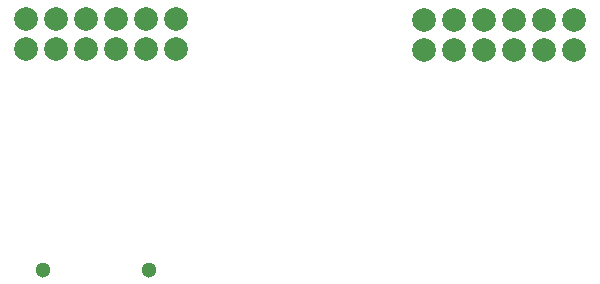
<source format=gbr>
G04 #@! TF.GenerationSoftware,KiCad,Pcbnew,5.0.2+dfsg1-1*
G04 #@! TF.CreationDate,2019-08-26T09:35:30+01:00*
G04 #@! TF.ProjectId,HDMI_SD_expansion,48444d49-5f53-4445-9f65-7870616e7369,rev?*
G04 #@! TF.SameCoordinates,Original*
G04 #@! TF.FileFunction,Copper,L2,Bot*
G04 #@! TF.FilePolarity,Positive*
%FSLAX46Y46*%
G04 Gerber Fmt 4.6, Leading zero omitted, Abs format (unit mm)*
G04 Created by KiCad (PCBNEW 5.0.2+dfsg1-1) date Mon 26 Aug 2019 09:35:30 BST*
%MOMM*%
%LPD*%
G01*
G04 APERTURE LIST*
G04 #@! TA.AperFunction,ViaPad*
%ADD10C,1.300000*%
G04 #@! TD*
G04 #@! TA.AperFunction,ComponentPad*
%ADD11C,2.000000*%
G04 #@! TD*
G04 APERTURE END LIST*
D10*
G04 #@! TO.N,*
G04 #@! TO.C,J4*
X117700000Y-115600000D03*
X126700000Y-115600000D03*
G04 #@! TD*
D11*
G04 #@! TO.P,J3,2*
G04 #@! TO.N,/TDMS_D0_P*
X116300000Y-94360000D03*
G04 #@! TO.P,J3,4*
G04 #@! TO.N,/TDMS_D0_N*
X118840000Y-94360000D03*
G04 #@! TO.P,J3,6*
G04 #@! TO.N,/TDMS_D1_P*
X121380000Y-94360000D03*
G04 #@! TO.P,J3,8*
G04 #@! TO.N,/TDMS_D1_N*
X123920000Y-94360000D03*
G04 #@! TO.P,J3,10*
G04 #@! TO.N,GND*
X126460000Y-94360000D03*
G04 #@! TO.P,J3,12*
G04 #@! TO.N,+5V*
X129000000Y-94360000D03*
G04 #@! TO.P,J3,11*
X129000000Y-96900000D03*
G04 #@! TO.P,J3,9*
G04 #@! TO.N,GND*
X126460000Y-96900000D03*
G04 #@! TO.P,J3,7*
G04 #@! TO.N,/TDMS_CLK_N*
X123920000Y-96900000D03*
G04 #@! TO.P,J3,5*
G04 #@! TO.N,/TDMS_CLK_P*
X121380000Y-96900000D03*
G04 #@! TO.P,J3,3*
G04 #@! TO.N,/TDMS_D2_N*
X118840000Y-96900000D03*
G04 #@! TO.P,J3,1*
G04 #@! TO.N,/TDMS_D2_P*
X116300000Y-96900000D03*
G04 #@! TD*
G04 #@! TO.P,J1,1*
G04 #@! TO.N,/SS*
X150000000Y-97000000D03*
G04 #@! TO.P,J1,3*
G04 #@! TO.N,/MOSI*
X152540000Y-97000000D03*
G04 #@! TO.P,J1,5*
G04 #@! TO.N,/MISO*
X155080000Y-97000000D03*
G04 #@! TO.P,J1,7*
G04 #@! TO.N,/SCK*
X157620000Y-97000000D03*
G04 #@! TO.P,J1,9*
G04 #@! TO.N,GND*
X160160000Y-97000000D03*
G04 #@! TO.P,J1,11*
G04 #@! TO.N,+5V*
X162700000Y-97000000D03*
G04 #@! TO.P,J1,12*
X162700000Y-94460000D03*
G04 #@! TO.P,J1,10*
G04 #@! TO.N,GND*
X160160000Y-94460000D03*
G04 #@! TO.P,J1,8*
G04 #@! TO.N,/TDMS_D1_N*
X157620000Y-94460000D03*
G04 #@! TO.P,J1,6*
G04 #@! TO.N,/TDMS_D1_P*
X155080000Y-94460000D03*
G04 #@! TO.P,J1,4*
G04 #@! TO.N,/SCK*
X152540000Y-94460000D03*
G04 #@! TO.P,J1,2*
G04 #@! TO.N,/MOSI*
X150000000Y-94460000D03*
G04 #@! TD*
M02*

</source>
